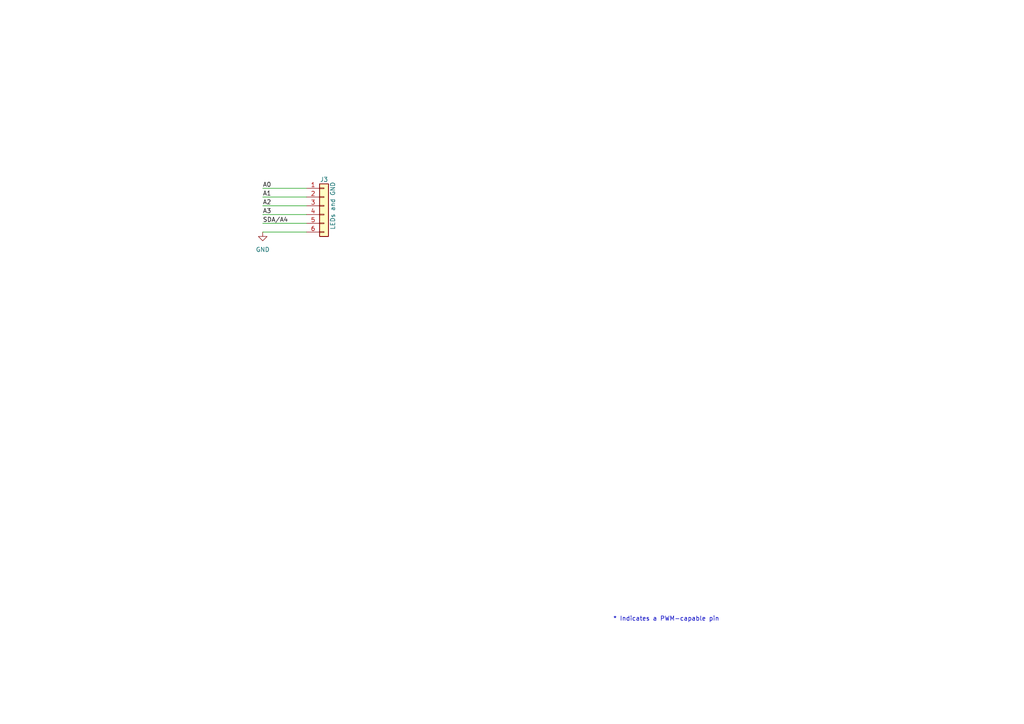
<source format=kicad_sch>
(kicad_sch (version 20211123) (generator eeschema)
  (paper "A4")
  (title_block (date "mar. 31 mars 2015"))
  (lib_symbols
    (symbol "Connector_Generic:Conn_01x06" (pin_names (offset 1.016) hide)
      (property "Reference" "J" (at 0 7.62 0))
      (property "Value" "Conn_01x06" (at 0 -10.16 0))
      (symbol "Conn_01x06_1_1"
        (rectangle (start -1.27 -7.493) (end 0 -7.747) (stroke (width 0.1524)))
        (rectangle (start -1.27 -4.953) (end 0 -5.207) (stroke (width 0.1524)))
        (rectangle (start -1.27 -2.413) (end 0 -2.667) (stroke (width 0.1524)))
        (rectangle (start -1.27 0.127) (end 0 -0.127) (stroke (width 0.1524)))
        (rectangle (start -1.27 2.667) (end 0 2.413) (stroke (width 0.1524)))
        (rectangle (start -1.27 5.207) (end 0 4.953) (stroke (width 0.1524)))
        (rectangle (start -1.27 6.35) (end 1.27 -8.89) (stroke (width 0.254)) (fill (type background)))
        (pin passive line (at -5.08 5.08 0) (length 3.81) (name "Pin_1") (number "1"))
        (pin passive line (at -5.08 2.54 0) (length 3.81) (name "Pin_2") (number "2"))
        (pin passive line (at -5.08 0 0) (length 3.81) (name "Pin_3") (number "3"))
        (pin passive line (at -5.08 -2.54 0) (length 3.81) (name "Pin_4") (number "4"))
        (pin passive line (at -5.08 -5.08 0) (length 3.81) (name "Pin_5") (number "5"))
        (pin passive line (at -5.08 -7.62 0) (length 3.81) (name "Pin_6") (number "6"))
      )
    )
    (symbol "power:GND" (power) (pin_names (offset 0))
      (property "Value" "GND" (at 0 -3.81 0))
      (symbol "GND_0_1"
        (polyline (pts (xy 0 0) (xy 0 -1.27) (xy 1.27 -1.27) (xy 0 -2.54) (xy -1.27 -1.27) (xy 0 -1.27)))
      )
      (symbol "GND_1_1"
        (pin power_in line (at 0 0 270) (length 0) hide (name "GND") (number "1"))
      )
    )
  )
  (wire (pts (xy 76.2 67.31) (xy 88.9 67.31)))
  (wire (pts (xy 88.9 54.61) (xy 76.2 54.61)))
  (wire (pts (xy 88.9 59.69) (xy 76.2 59.69)))
  (wire (pts (xy 76.2 57.15) (xy 88.9 57.15)))
  (wire (pts (xy 76.2 62.23) (xy 88.9 62.23)))
  (wire (pts (xy 88.9 64.77) (xy 76.2 64.77)))
  (text "* Indicates a PWM-capable pin" (at 177.8 180.34 0) (effects (font (size 1.27 1.27)) (justify left bottom)))
  (label "A2" (at 76.2 59.69 0))
  (label "A3" (at 76.2 62.23 0))
  (label "A1" (at 76.2 57.15 0))
  (label "A0" (at 76.2 54.61 0))
  (label "SDA{slash}A4" (at 76.2 64.77 0))
  (symbol (lib_id "Connector_Generic:Conn_01x06") (at 93.98 59.69 0) (unit 1)
    (property "Reference" "J3" (at 93.98 52.07 0))
    (property "Value" "LEDs and GND" (at 96.52 59.69 90))
    (property "Footprint" "Connector_PinSocket_2.54mm:PinSocket_1x06_P2.54mm_Vertical" (effects hide))
  )
  (symbol (lib_id "power:GND") (at 76.2 67.31 0) (unit 1)
    (property "Reference" "#PWR?" (effects hide))
    (property "Value" "GND" (at 76.2 72.39 0))
  )
)
</source>
